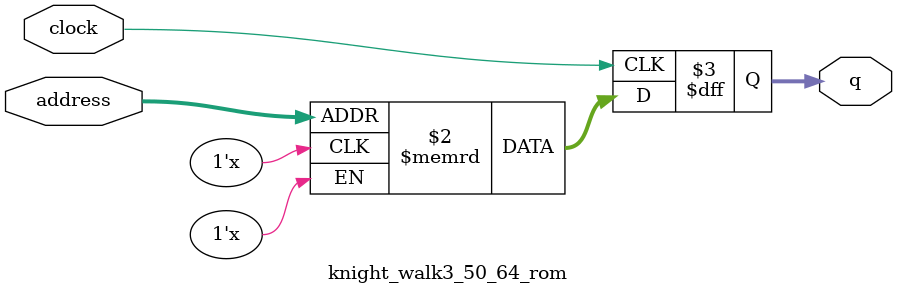
<source format=sv>
module knight_walk3_50_64_rom (
	input logic clock,
	input logic [11:0] address,
	output logic [2:0] q
);

logic [2:0] memory [0:3199] /* synthesis ram_init_file = "./knight_walk3_50_64/knight_walk3_50_64.mif" */;

always_ff @ (posedge clock) begin
	q <= memory[address];
end

endmodule

</source>
